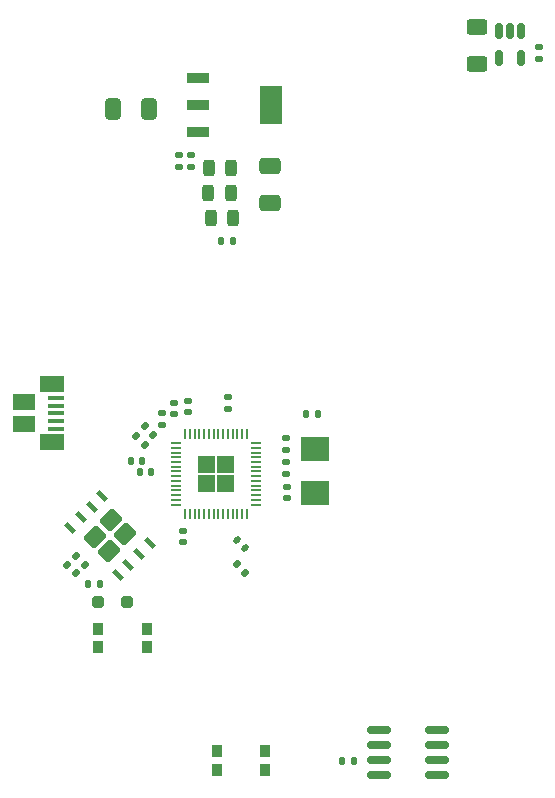
<source format=gbr>
%TF.GenerationSoftware,KiCad,Pcbnew,8.0.4*%
%TF.CreationDate,2024-09-09T11:17:31-04:00*%
%TF.ProjectId,payload_board_rev072,7061796c-6f61-4645-9f62-6f6172645f72,rev?*%
%TF.SameCoordinates,Original*%
%TF.FileFunction,Paste,Top*%
%TF.FilePolarity,Positive*%
%FSLAX46Y46*%
G04 Gerber Fmt 4.6, Leading zero omitted, Abs format (unit mm)*
G04 Created by KiCad (PCBNEW 8.0.4) date 2024-09-09 11:17:31*
%MOMM*%
%LPD*%
G01*
G04 APERTURE LIST*
G04 Aperture macros list*
%AMRoundRect*
0 Rectangle with rounded corners*
0 $1 Rounding radius*
0 $2 $3 $4 $5 $6 $7 $8 $9 X,Y pos of 4 corners*
0 Add a 4 corners polygon primitive as box body*
4,1,4,$2,$3,$4,$5,$6,$7,$8,$9,$2,$3,0*
0 Add four circle primitives for the rounded corners*
1,1,$1+$1,$2,$3*
1,1,$1+$1,$4,$5*
1,1,$1+$1,$6,$7*
1,1,$1+$1,$8,$9*
0 Add four rect primitives between the rounded corners*
20,1,$1+$1,$2,$3,$4,$5,0*
20,1,$1+$1,$4,$5,$6,$7,0*
20,1,$1+$1,$6,$7,$8,$9,0*
20,1,$1+$1,$8,$9,$2,$3,0*%
G04 Aperture macros list end*
%ADD10C,0.000000*%
%ADD11RoundRect,0.140000X0.140000X0.170000X-0.140000X0.170000X-0.140000X-0.170000X0.140000X-0.170000X0*%
%ADD12R,0.177800X0.812800*%
%ADD13R,0.812800X0.177800*%
%ADD14RoundRect,0.250000X0.625000X-0.400000X0.625000X0.400000X-0.625000X0.400000X-0.625000X-0.400000X0*%
%ADD15RoundRect,0.140000X-0.170000X0.140000X-0.170000X-0.140000X0.170000X-0.140000X0.170000X0.140000X0*%
%ADD16RoundRect,0.135000X-0.135000X-0.185000X0.135000X-0.185000X0.135000X0.185000X-0.135000X0.185000X0*%
%ADD17RoundRect,0.135000X0.135000X0.185000X-0.135000X0.185000X-0.135000X-0.185000X0.135000X-0.185000X0*%
%ADD18RoundRect,0.135000X0.226274X0.035355X0.035355X0.226274X-0.226274X-0.035355X-0.035355X-0.226274X0*%
%ADD19RoundRect,0.140000X0.170000X-0.140000X0.170000X0.140000X-0.170000X0.140000X-0.170000X-0.140000X0*%
%ADD20RoundRect,0.243750X-0.243750X-0.456250X0.243750X-0.456250X0.243750X0.456250X-0.243750X0.456250X0*%
%ADD21RoundRect,0.243750X0.243750X0.456250X-0.243750X0.456250X-0.243750X-0.456250X0.243750X-0.456250X0*%
%ADD22RoundRect,0.135000X-0.226274X-0.035355X-0.035355X-0.226274X0.226274X0.035355X0.035355X0.226274X0*%
%ADD23RoundRect,0.250000X0.700036X0.084853X0.084853X0.700036X-0.700036X-0.084853X-0.084853X-0.700036X0*%
%ADD24RoundRect,0.112500X0.362392X-0.203293X-0.203293X0.362392X-0.362392X0.203293X0.203293X-0.362392X0*%
%ADD25RoundRect,0.250000X-0.650000X0.412500X-0.650000X-0.412500X0.650000X-0.412500X0.650000X0.412500X0*%
%ADD26RoundRect,0.150000X-0.150000X0.512500X-0.150000X-0.512500X0.150000X-0.512500X0.150000X0.512500X0*%
%ADD27RoundRect,0.140000X-0.140000X-0.170000X0.140000X-0.170000X0.140000X0.170000X-0.140000X0.170000X0*%
%ADD28RoundRect,0.250000X0.250000X0.250000X-0.250000X0.250000X-0.250000X-0.250000X0.250000X-0.250000X0*%
%ADD29RoundRect,0.135000X-0.185000X0.135000X-0.185000X-0.135000X0.185000X-0.135000X0.185000X0.135000X0*%
%ADD30RoundRect,0.135000X0.185000X-0.135000X0.185000X0.135000X-0.185000X0.135000X-0.185000X-0.135000X0*%
%ADD31R,1.850000X0.900000*%
%ADD32R,1.850000X3.200000*%
%ADD33RoundRect,0.150000X0.825000X0.150000X-0.825000X0.150000X-0.825000X-0.150000X0.825000X-0.150000X0*%
%ADD34R,0.900000X1.000000*%
%ADD35RoundRect,0.140000X-0.219203X-0.021213X-0.021213X-0.219203X0.219203X0.021213X0.021213X0.219203X0*%
%ADD36R,1.380000X0.450000*%
%ADD37R,2.100000X1.475000*%
%ADD38R,1.900000X1.375000*%
%ADD39R,2.400000X2.000000*%
%ADD40RoundRect,0.250000X0.412500X0.650000X-0.412500X0.650000X-0.412500X-0.650000X0.412500X-0.650000X0*%
G04 APERTURE END LIST*
D10*
%TO.C,IC1*%
G36*
X30816400Y-81550000D02*
G01*
X29416200Y-81550000D01*
X29416200Y-80149800D01*
X30816400Y-80149800D01*
X30816400Y-81550000D01*
G37*
G36*
X30816400Y-83150200D02*
G01*
X29416200Y-83150200D01*
X29416200Y-81750000D01*
X30816400Y-81750000D01*
X30816400Y-83150200D01*
G37*
G36*
X32416600Y-81550000D02*
G01*
X31016400Y-81550000D01*
X31016400Y-80149800D01*
X32416600Y-80149800D01*
X32416600Y-81550000D01*
G37*
G36*
X32416600Y-83150200D02*
G01*
X31016400Y-83150200D01*
X31016400Y-81750000D01*
X32416600Y-81750000D01*
X32416600Y-83150200D01*
G37*
%TD*%
D11*
%TO.C,C8*%
X24690000Y-80540000D03*
X23730000Y-80540000D03*
%TD*%
D12*
%TO.C,IC1*%
X28316400Y-85053600D03*
X28716399Y-85053600D03*
X29116401Y-85053600D03*
X29516400Y-85053600D03*
X29916399Y-85053600D03*
X30316401Y-85053600D03*
X30716400Y-85053600D03*
X31116400Y-85053600D03*
X31516399Y-85053600D03*
X31916401Y-85053600D03*
X32316400Y-85053600D03*
X32716399Y-85053600D03*
X33116401Y-85053600D03*
X33516400Y-85053600D03*
D13*
X34320000Y-84250000D03*
X34320000Y-83850001D03*
X34320000Y-83449999D03*
X34320000Y-83050000D03*
X34320000Y-82650001D03*
X34320000Y-82249999D03*
X34320000Y-81850000D03*
X34320000Y-81450000D03*
X34320000Y-81050001D03*
X34320000Y-80649999D03*
X34320000Y-80250000D03*
X34320000Y-79850001D03*
X34320000Y-79449999D03*
X34320000Y-79050000D03*
D12*
X33516400Y-78246400D03*
X33116401Y-78246400D03*
X32716399Y-78246400D03*
X32316400Y-78246400D03*
X31916401Y-78246400D03*
X31516399Y-78246400D03*
X31116400Y-78246400D03*
X30716400Y-78246400D03*
X30316401Y-78246400D03*
X29916399Y-78246400D03*
X29516400Y-78246400D03*
X29116401Y-78246400D03*
X28716399Y-78246400D03*
X28316400Y-78246400D03*
D13*
X27512800Y-79050000D03*
X27512800Y-79449999D03*
X27512800Y-79850001D03*
X27512800Y-80250000D03*
X27512800Y-80649999D03*
X27512800Y-81050001D03*
X27512800Y-81450000D03*
X27512800Y-81850000D03*
X27512800Y-82249999D03*
X27512800Y-82650001D03*
X27512800Y-83050000D03*
X27512800Y-83449999D03*
X27512800Y-83850001D03*
X27512800Y-84250000D03*
%TD*%
D14*
%TO.C,R13*%
X52981405Y-46914400D03*
X52981405Y-43814400D03*
%TD*%
D15*
%TO.C,C2*%
X36837500Y-79610000D03*
X36837500Y-78650000D03*
%TD*%
D16*
%TO.C,R7*%
X20115000Y-90975000D03*
X21135000Y-90975000D03*
%TD*%
D17*
%TO.C,R10*%
X32320000Y-61900000D03*
X31300000Y-61900000D03*
%TD*%
D18*
%TO.C,R5*%
X25605624Y-78335624D03*
X24884376Y-77614376D03*
%TD*%
D19*
%TO.C,C7*%
X31931999Y-76138200D03*
X31931999Y-75178200D03*
%TD*%
D20*
%TO.C,D2*%
X30482500Y-60030000D03*
X32357500Y-60030000D03*
%TD*%
D21*
%TO.C,D3*%
X32147500Y-57890000D03*
X30272500Y-57890000D03*
%TD*%
D22*
%TO.C,R3*%
X19064376Y-88614376D03*
X19785624Y-89335624D03*
%TD*%
D19*
%TO.C,C16*%
X58240000Y-46490000D03*
X58240000Y-45530000D03*
%TD*%
D23*
%TO.C,U1*%
X21835786Y-88189214D03*
X23250000Y-86775000D03*
X20633704Y-86987132D03*
X22047918Y-85572918D03*
D24*
X22601229Y-90234520D03*
X23499255Y-89336494D03*
X24397280Y-88438469D03*
X25295306Y-87540443D03*
X21282475Y-83527612D03*
X20384449Y-84425638D03*
X19486424Y-85323663D03*
X18588398Y-86221689D03*
%TD*%
D25*
%TO.C,C13*%
X35450000Y-55567500D03*
X35450000Y-58692500D03*
%TD*%
D26*
%TO.C,U3*%
X56761005Y-44196000D03*
X55811005Y-44196000D03*
X54861005Y-44196000D03*
X54861005Y-46471000D03*
X56761005Y-46471000D03*
%TD*%
D27*
%TO.C,C5*%
X24470000Y-81525000D03*
X25430000Y-81525000D03*
%TD*%
D22*
%TO.C,R6*%
X24184376Y-78464376D03*
X24905624Y-79185624D03*
%TD*%
D21*
%TO.C,D4*%
X32161600Y-55727800D03*
X30286600Y-55727800D03*
%TD*%
D28*
%TO.C,D1*%
X23400000Y-92500000D03*
X20900000Y-92500000D03*
%TD*%
D15*
%TO.C,C14*%
X26320000Y-76520000D03*
X26320000Y-77480000D03*
%TD*%
D29*
%TO.C,R2*%
X36807500Y-80630000D03*
X36807500Y-81650000D03*
%TD*%
D19*
%TO.C,C1*%
X36922500Y-82730000D03*
X36922500Y-83690000D03*
%TD*%
D30*
%TO.C,R12*%
X28788000Y-55674000D03*
X28788000Y-54654000D03*
%TD*%
D19*
%TO.C,C15*%
X28570000Y-76405000D03*
X28570000Y-75445000D03*
%TD*%
D31*
%TO.C,IC2*%
X29400000Y-48140000D03*
X29400000Y-50440000D03*
X29400000Y-52740000D03*
D32*
X35600000Y-50440000D03*
%TD*%
D17*
%TO.C,R1*%
X39550000Y-76550000D03*
X38530000Y-76550000D03*
%TD*%
D33*
%TO.C,U2*%
X49654000Y-107188000D03*
X49654000Y-105918000D03*
X49654000Y-104648000D03*
X49654000Y-103378000D03*
X44704000Y-103378000D03*
X44704000Y-104648000D03*
X44704000Y-105918000D03*
X44704000Y-107188000D03*
%TD*%
D34*
%TO.C,SW2*%
X30970000Y-105118000D03*
X35070000Y-105118000D03*
X30970000Y-106718000D03*
X35070000Y-106718000D03*
%TD*%
D16*
%TO.C,R2*%
X41583127Y-105975039D03*
X42603127Y-105975039D03*
%TD*%
D35*
%TO.C,C11*%
X32680589Y-87290589D03*
X33359411Y-87969411D03*
%TD*%
D36*
%TO.C,J7*%
X17360000Y-77817500D03*
X17360000Y-77167500D03*
X17360000Y-76517500D03*
X17360000Y-75867500D03*
X17360000Y-75217500D03*
D37*
X17000000Y-74055000D03*
D38*
X14700000Y-75580000D03*
X14700000Y-77455000D03*
D37*
X17000000Y-78980000D03*
%TD*%
D30*
%TO.C,R11*%
X27772000Y-55674000D03*
X27772000Y-54654000D03*
%TD*%
D15*
%TO.C,C6*%
X27320000Y-75645000D03*
X27320000Y-76605000D03*
%TD*%
%TO.C,C9*%
X28125000Y-86470000D03*
X28125000Y-87430000D03*
%TD*%
D39*
%TO.C,Y1*%
X39322500Y-79572500D03*
X39322500Y-83272500D03*
%TD*%
D18*
%TO.C,R4*%
X19040000Y-90060000D03*
X18318752Y-89338752D03*
%TD*%
D34*
%TO.C,SW1*%
X20940000Y-94750000D03*
X25040000Y-94750000D03*
X20940000Y-96350000D03*
X25040000Y-96350000D03*
%TD*%
D18*
%TO.C,R8*%
X33380624Y-90022624D03*
X32659376Y-89301376D03*
%TD*%
D40*
%TO.C,C12*%
X25282500Y-50780000D03*
X22157500Y-50780000D03*
%TD*%
M02*

</source>
